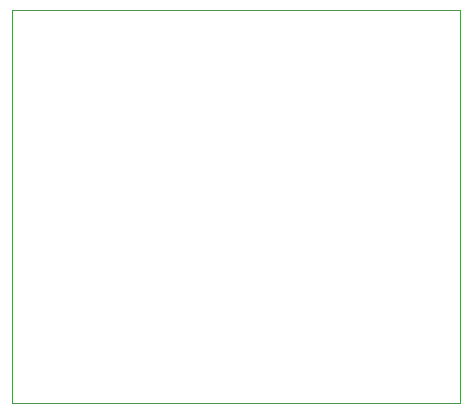
<source format=gbr>
%TF.GenerationSoftware,KiCad,Pcbnew,5.1.8-5.1.8*%
%TF.CreationDate,2022-05-17T18:34:16+02:00*%
%TF.ProjectId,FloppyEmuButtonPanel,466c6f70-7079-4456-9d75-427574746f6e,1.0*%
%TF.SameCoordinates,Original*%
%TF.FileFunction,Profile,NP*%
%FSLAX46Y46*%
G04 Gerber Fmt 4.6, Leading zero omitted, Abs format (unit mm)*
G04 Created by KiCad (PCBNEW 5.1.8-5.1.8) date 2022-05-17 18:34:16*
%MOMM*%
%LPD*%
G01*
G04 APERTURE LIST*
%TA.AperFunction,Profile*%
%ADD10C,0.050000*%
%TD*%
G04 APERTURE END LIST*
D10*
X140300000Y-66900000D02*
X102362000Y-66900000D01*
X140300000Y-100200000D02*
X140300000Y-66900000D01*
X102362000Y-100200000D02*
X140300000Y-100200000D01*
X102362000Y-66900000D02*
X102362000Y-100200000D01*
M02*

</source>
